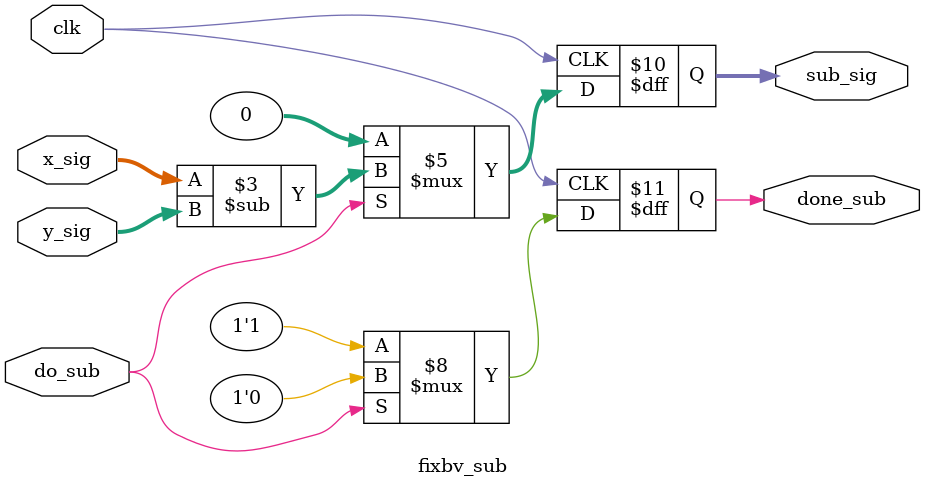
<source format=v>


`timescale 1ns/10ps

module fixbv_sub (
    clk,
    do_sub,
    x_sig,
    y_sig,
    sub_sig,
    done_sub
);


input clk;
input do_sub;
input signed [30:0] x_sig;
input signed [30:0] y_sig;
output signed [31:0] sub_sig;
reg signed [31:0] sub_sig;
output done_sub;
reg done_sub;






always @(posedge clk) begin: FIXBV_SUB_SUB_RTL
    if ((do_sub == 1)) begin
        done_sub <= 0;
        sub_sig <= (x_sig - y_sig);
    end
    else begin
        done_sub <= 1;
        sub_sig <= 0;
    end
end

endmodule

</source>
